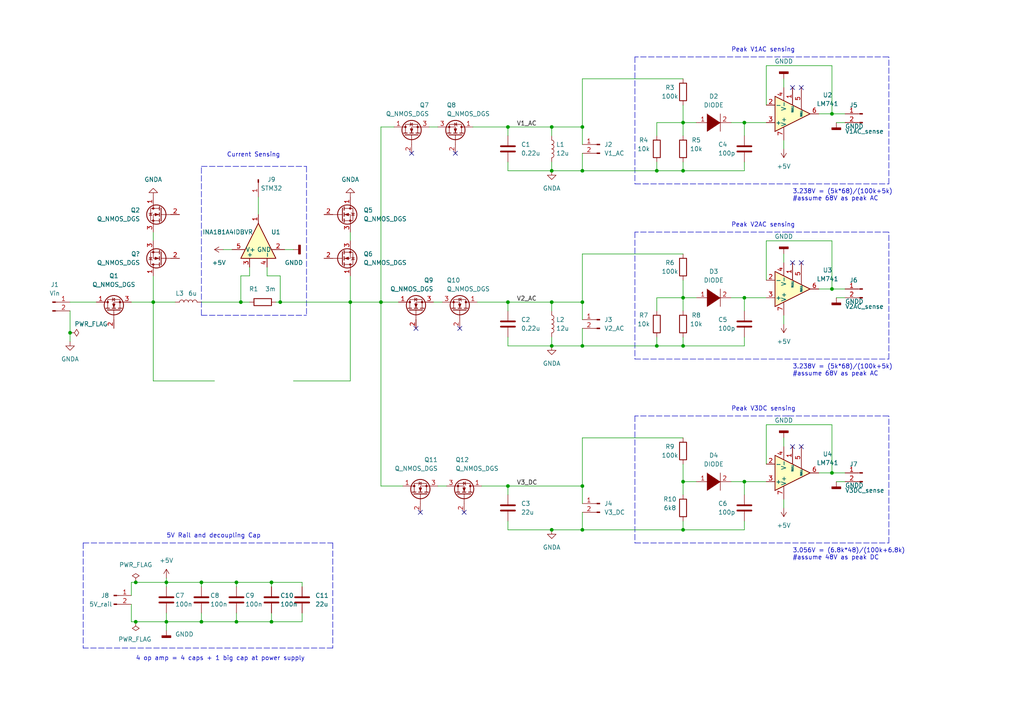
<source format=kicad_sch>
(kicad_sch (version 20211123) (generator eeschema)
  (paper "A4")
  (lib_symbols
    (symbol "Amplifier_Current:INA180A4" (pin_names (offset 0.127))
      (property "Reference" "U" (at 3.81 3.81 0))
      (property "Value" "INA180A4" (at 3.81 -2.54 0))
      (symbol "INA180A4_0_1"
        (polyline (pts (xy 5.08 0) (xy -5.08 5.08) (xy -5.08 -5.08) (xy 5.08 0)) (stroke (width 0.254)) (fill (type background)))
      )
      (symbol "INA180A4_1_1"
        (pin output line (at 7.62 0 180) (length 2.54) (name "~") (number "1"))
        (pin power_in line (at -2.54 -7.62 90) (length 3.81) (name "GND") (number "2"))
        (pin input line (at -7.62 2.54 0) (length 2.54) (name "+") (number "3"))
        (pin input line (at -7.62 -2.54 0) (length 2.54) (name "-") (number "4"))
        (pin power_in line (at -2.54 7.62 270) (length 3.81) (name "V+") (number "5"))
      )
    )
    (symbol "Amplifier_Operational:LM741" (pin_names (offset 0.127))
      (property "Reference" "U" (at 0 6.35 0))
      (property "Value" "LM741" (at 0 3.81 0))
      (symbol "LM741_0_1"
        (polyline (pts (xy -5.08 5.08) (xy 5.08 0) (xy -5.08 -5.08) (xy -5.08 5.08)) (stroke (width 0.254)) (fill (type background)))
      )
      (symbol "LM741_1_1"
        (pin input line (at 0 -7.62 90) (length 5.08) (name "NULL") (number "1"))
        (pin input line (at -7.62 -2.54 0) (length 2.54) (name "-") (number "2"))
        (pin input line (at -7.62 2.54 0) (length 2.54) (name "+") (number "3"))
        (pin power_in line (at -2.54 -7.62 90) (length 3.81) (name "V-") (number "4"))
        (pin input line (at 2.54 -7.62 90) (length 6.35) (name "NULL") (number "5"))
        (pin output line (at 7.62 0 180) (length 2.54) (name "~") (number "6"))
        (pin power_in line (at -2.54 7.62 270) (length 3.81) (name "V+") (number "7"))
        (pin no_connect line (at 0 2.54 270) (length 2.54) hide (name "NC") (number "8"))
      )
    )
    (symbol "Connector:Conn_01x01_Male" (pin_names (offset 1.016) hide)
      (property "Reference" "J" (at 0 2.54 0))
      (property "Value" "Conn_01x01_Male" (at 0 -2.54 0))
      (symbol "Conn_01x01_Male_1_1"
        (polyline (pts (xy 1.27 0) (xy 0.8636 0)) (stroke (width 0.1524)))
        (rectangle (start 0.8636 0.127) (end 0 -0.127) (stroke (width 0.1524)) (fill (type outline)))
        (pin passive line (at 5.08 0 180) (length 3.81) (name "Pin_1") (number "1"))
      )
    )
    (symbol "Connector:Conn_01x02_Male" (pin_names (offset 1.016) hide)
      (property "Reference" "J" (at 0 2.54 0))
      (property "Value" "Conn_01x02_Male" (at 0 -5.08 0))
      (symbol "Conn_01x02_Male_1_1"
        (polyline (pts (xy 1.27 -2.54) (xy 0.8636 -2.54)) (stroke (width 0.1524)))
        (polyline (pts (xy 1.27 0) (xy 0.8636 0)) (stroke (width 0.1524)))
        (rectangle (start 0.8636 -2.413) (end 0 -2.667) (stroke (width 0.1524)) (fill (type outline)))
        (rectangle (start 0.8636 0.127) (end 0 -0.127) (stroke (width 0.1524)) (fill (type outline)))
        (pin passive line (at 5.08 0 180) (length 3.81) (name "Pin_1") (number "1"))
        (pin passive line (at 5.08 -2.54 180) (length 3.81) (name "Pin_2") (number "2"))
      )
    )
    (symbol "Device:C" (pin_numbers hide) (pin_names (offset 0.254))
      (property "Reference" "C" (at 0.635 2.54 0))
      (property "Value" "C" (at 0.635 -2.54 0))
      (symbol "C_0_1"
        (polyline (pts (xy -2.032 -0.762) (xy 2.032 -0.762)) (stroke (width 0.508)))
        (polyline (pts (xy -2.032 0.762) (xy 2.032 0.762)) (stroke (width 0.508)))
      )
      (symbol "C_1_1"
        (pin passive line (at 0 3.81 270) (length 2.794) (name "~") (number "1"))
        (pin passive line (at 0 -3.81 90) (length 2.794) (name "~") (number "2"))
      )
    )
    (symbol "Device:L" (pin_numbers hide) (pin_names (offset 1.016) hide)
      (property "Reference" "L" (at -1.27 0 90))
      (property "Value" "L" (at 1.905 0 90))
      (symbol "L_0_1"
        (arc (start 0 -2.54) (mid 0.635 -1.905) (end 0 -1.27))
        (arc (start 0 -1.27) (mid 0.635 -0.635) (end 0 0))
        (arc (start 0 0) (mid 0.635 0.635) (end 0 1.27))
        (arc (start 0 1.27) (mid 0.635 1.905) (end 0 2.54))
      )
      (symbol "L_1_1"
        (pin passive line (at 0 3.81 270) (length 1.27) (name "1") (number "1"))
        (pin passive line (at 0 -3.81 90) (length 1.27) (name "2") (number "2"))
      )
    )
    (symbol "Device:Q_NMOS_DGS" (pin_names (offset 0) hide)
      (property "Reference" "Q" (at 5.08 1.27 0))
      (property "Value" "Q_NMOS_DGS" (at 5.08 -1.27 0))
      (symbol "Q_NMOS_DGS_0_1"
        (polyline (pts (xy 0.254 0) (xy -2.54 0)))
        (polyline (pts (xy 0.254 1.905) (xy 0.254 -1.905)) (stroke (width 0.254)))
        (polyline (pts (xy 0.762 -1.27) (xy 0.762 -2.286)) (stroke (width 0.254)))
        (polyline (pts (xy 0.762 0.508) (xy 0.762 -0.508)) (stroke (width 0.254)))
        (polyline (pts (xy 0.762 2.286) (xy 0.762 1.27)) (stroke (width 0.254)))
        (polyline (pts (xy 2.54 2.54) (xy 2.54 1.778)))
        (polyline (pts (xy 2.54 -2.54) (xy 2.54 0) (xy 0.762 0)))
        (polyline (pts (xy 0.762 -1.778) (xy 3.302 -1.778) (xy 3.302 1.778) (xy 0.762 1.778)))
        (polyline (pts (xy 1.016 0) (xy 2.032 0.381) (xy 2.032 -0.381) (xy 1.016 0)) (fill (type outline)))
        (polyline (pts (xy 2.794 0.508) (xy 2.921 0.381) (xy 3.683 0.381) (xy 3.81 0.254)))
        (polyline (pts (xy 3.302 0.381) (xy 2.921 -0.254) (xy 3.683 -0.254) (xy 3.302 0.381)))
        (circle (center 1.651 0) (radius 2.794) (stroke (width 0.254)))
        (circle (center 2.54 -1.778) (radius 0.254) (fill (type outline)))
        (circle (center 2.54 1.778) (radius 0.254) (fill (type outline)))
      )
      (symbol "Q_NMOS_DGS_1_1"
        (pin passive line (at 2.54 5.08 270) (length 2.54) (name "D") (number "1"))
        (pin input line (at -5.08 0 0) (length 2.54) (name "G") (number "2"))
        (pin passive line (at 2.54 -5.08 90) (length 2.54) (name "S") (number "3"))
      )
    )
    (symbol "Device:R" (pin_numbers hide) (pin_names (offset 0))
      (property "Reference" "R" (at 2.032 0 90))
      (property "Value" "R" (at 0 0 90))
      (symbol "R_0_1"
        (rectangle (start -1.016 -2.54) (end 1.016 2.54) (stroke (width 0.254)))
      )
      (symbol "R_1_1"
        (pin passive line (at 0 3.81 270) (length 1.27) (name "~") (number "1"))
        (pin passive line (at 0 -3.81 90) (length 1.27) (name "~") (number "2"))
      )
    )
    (symbol "power:+5V" (power) (pin_names (offset 0))
      (property "Value" "+5V" (at 0 3.556 0))
      (symbol "+5V_0_1"
        (polyline (pts (xy -0.762 1.27) (xy 0 2.54)))
        (polyline (pts (xy 0 0) (xy 0 2.54)))
        (polyline (pts (xy 0 2.54) (xy 0.762 1.27)))
      )
      (symbol "+5V_1_1"
        (pin power_in line (at 0 0 90) (length 0) hide (name "+5V") (number "1"))
      )
    )
    (symbol "power:GNDA" (power) (pin_names (offset 0))
      (property "Value" "GNDA" (at 0 -3.81 0))
      (symbol "GNDA_0_1"
        (polyline (pts (xy 0 0) (xy 0 -1.27) (xy 1.27 -1.27) (xy 0 -2.54) (xy -1.27 -1.27) (xy 0 -1.27)))
      )
      (symbol "GNDA_1_1"
        (pin power_in line (at 0 0 270) (length 0) hide (name "GNDA") (number "1"))
      )
    )
    (symbol "power:GNDD" (power) (pin_names (offset 0))
      (property "Value" "GNDD" (at 0 -3.175 0))
      (symbol "GNDD_0_1"
        (rectangle (start -1.27 -1.524) (end 1.27 -2.032) (stroke (width 0.254)) (fill (type outline)))
        (polyline (pts (xy 0 0) (xy 0 -1.524)))
      )
      (symbol "GNDD_1_1"
        (pin power_in line (at 0 0 270) (length 0) hide (name "GNDD") (number "1"))
      )
    )
    (symbol "power:PWR_FLAG" (power) (pin_numbers hide) (pin_names (offset 0) hide)
      (property "Value" "PWR_FLAG" (at 0 3.81 0))
      (symbol "PWR_FLAG_0_0"
        (pin power_out line (at 0 0 90) (length 0) (name "pwr") (number "1"))
      )
      (symbol "PWR_FLAG_0_1"
        (polyline (pts (xy 0 0) (xy 0 1.27) (xy -1.016 1.905) (xy 0 2.54) (xy 1.016 1.905) (xy 0 1.27)))
      )
    )
    (symbol "pspice:DIODE" (pin_names (offset 1.016) hide)
      (property "Reference" "D" (at 0 3.81 0))
      (property "Value" "DIODE" (at 0 -4.445 0))
      (symbol "DIODE_0_1"
        (polyline (pts (xy 1.905 2.54) (xy 1.905 -2.54)))
        (polyline (pts (xy -1.905 2.54) (xy -1.905 -2.54) (xy 1.905 0)) (fill (type outline)))
      )
      (symbol "DIODE_1_1"
        (pin input line (at -5.08 0 0) (length 3.81) (name "K") (number "1"))
        (pin input line (at 5.08 0 180) (length 3.81) (name "A") (number "2"))
      )
    )
  )
  (junction (at 198.12 139.7))
  (junction (at 198.12 35.56))
  (junction (at 241.3 33.02))
  (junction (at 241.3 137.16))
  (junction (at 147.32 140.97))
  (junction (at 69.85 87.63))
  (junction (at 110.49 87.63))
  (junction (at 81.28 87.63))
  (junction (at 160.02 36.83))
  (junction (at 39.37 168.91))
  (junction (at 48.26 168.91))
  (junction (at 78.74 168.91))
  (junction (at 160.02 87.63))
  (junction (at 78.74 180.34))
  (junction (at 168.91 87.63))
  (junction (at 168.91 140.97))
  (junction (at 68.58 180.34))
  (junction (at 48.26 180.34))
  (junction (at 58.42 168.91))
  (junction (at 168.91 153.67))
  (junction (at 215.9 35.56))
  (junction (at 168.91 100.33))
  (junction (at 190.5 100.33))
  (junction (at 68.58 168.91))
  (junction (at 241.3 83.82))
  (junction (at 101.6 87.63))
  (junction (at 160.02 100.33))
  (junction (at 215.9 139.7))
  (junction (at 198.12 100.33))
  (junction (at 44.45 87.63))
  (junction (at 168.91 49.53))
  (junction (at 160.02 153.67))
  (junction (at 39.37 180.34))
  (junction (at 190.5 49.53))
  (junction (at 198.12 86.36))
  (junction (at 198.12 153.67))
  (junction (at 215.9 86.36))
  (junction (at 168.91 36.83))
  (junction (at 20.32 96.52))
  (junction (at 147.32 36.83))
  (junction (at 198.12 49.53))
  (junction (at 147.32 87.63))
  (junction (at 160.02 49.53))
  (junction (at 58.42 180.34))
  (no_connect (at 232.41 25.4))
  (no_connect (at 232.41 76.2))
  (no_connect (at 232.41 129.54))
  (no_connect (at 229.87 129.54))
  (no_connect (at 229.87 76.2))
  (no_connect (at 229.87 25.4))
  (no_connect (at 132.08 44.45))
  (no_connect (at 119.38 44.45))
  (no_connect (at 120.65 95.25))
  (no_connect (at 134.62 148.59))
  (no_connect (at 133.35 95.25))
  (no_connect (at 121.92 148.59))
  (wire (pts (xy 39.37 180.34) (xy 48.26 180.34)))
  (wire (pts (xy 160.02 87.63) (xy 168.91 87.63)))
  (wire (pts (xy 78.74 177.8) (xy 78.74 180.34)))
  (wire (pts (xy 198.12 86.36) (xy 201.93 86.36)))
  (wire (pts (xy 168.91 95.25) (xy 168.91 100.33)))
  (wire (pts (xy 110.49 87.63) (xy 110.49 140.97)))
  (wire (pts (xy 215.9 35.56) (xy 215.9 39.37)))
  (polyline (pts (xy 184.15 53.34) (xy 257.81 53.34)))
  (wire (pts (xy 198.12 35.56) (xy 198.12 39.37)))
  (wire (pts (xy 237.49 83.82) (xy 241.3 83.82)))
  (wire (pts (xy 38.1 175.26) (xy 38.1 180.34)))
  (wire (pts (xy 241.3 123.19) (xy 241.3 137.16)))
  (wire (pts (xy 241.3 19.05) (xy 241.3 33.02)))
  (wire (pts (xy 222.25 134.62) (xy 222.25 123.19)))
  (wire (pts (xy 68.58 168.91) (xy 78.74 168.91)))
  (wire (pts (xy 198.12 46.99) (xy 198.12 49.53)))
  (wire (pts (xy 147.32 140.97) (xy 147.32 143.51)))
  (wire (pts (xy 38.1 87.63) (xy 44.45 87.63)))
  (wire (pts (xy 198.12 97.79) (xy 198.12 100.33)))
  (wire (pts (xy 215.9 100.33) (xy 215.9 97.79)))
  (wire (pts (xy 147.32 36.83) (xy 160.02 36.83)))
  (wire (pts (xy 81.28 87.63) (xy 101.6 87.63)))
  (wire (pts (xy 58.42 87.63) (xy 69.85 87.63)))
  (wire (pts (xy 160.02 153.67) (xy 168.91 153.67)))
  (wire (pts (xy 215.9 139.7) (xy 215.9 143.51)))
  (wire (pts (xy 48.26 167.64) (xy 48.26 168.91)))
  (wire (pts (xy 68.58 177.8) (xy 68.58 180.34)))
  (polyline (pts (xy 58.42 91.44) (xy 88.9 91.44)))
  (wire (pts (xy 227.33 144.78) (xy 227.33 147.32)))
  (wire (pts (xy 138.43 87.63) (xy 147.32 87.63)))
  (wire (pts (xy 198.12 49.53) (xy 215.9 49.53)))
  (wire (pts (xy 48.26 168.91) (xy 58.42 168.91)))
  (wire (pts (xy 147.32 140.97) (xy 168.91 140.97)))
  (wire (pts (xy 147.32 153.67) (xy 160.02 153.67)))
  (wire (pts (xy 101.6 87.63) (xy 101.6 110.49)))
  (wire (pts (xy 198.12 134.62) (xy 198.12 139.7)))
  (wire (pts (xy 190.5 86.36) (xy 190.5 90.17)))
  (wire (pts (xy 58.42 168.91) (xy 68.58 168.91)))
  (wire (pts (xy 215.9 86.36) (xy 222.25 86.36)))
  (polyline (pts (xy 24.13 157.48) (xy 96.52 157.48)))
  (wire (pts (xy 212.09 86.36) (xy 215.9 86.36)))
  (wire (pts (xy 190.5 46.99) (xy 190.5 49.53)))
  (wire (pts (xy 74.93 62.23) (xy 74.93 57.15)))
  (polyline (pts (xy 96.52 157.48) (xy 96.52 187.96)))
  (wire (pts (xy 48.26 180.34) (xy 48.26 182.88)))
  (wire (pts (xy 222.25 123.19) (xy 241.3 123.19)))
  (wire (pts (xy 222.25 30.48) (xy 222.25 19.05)))
  (wire (pts (xy 110.49 140.97) (xy 116.84 140.97)))
  (wire (pts (xy 227.33 73.66) (xy 227.33 76.2)))
  (polyline (pts (xy 257.81 53.34) (xy 257.81 16.51)))
  (polyline (pts (xy 184.15 120.65) (xy 184.15 157.48)))
  (wire (pts (xy 58.42 168.91) (xy 58.42 170.18)))
  (wire (pts (xy 168.91 49.53) (xy 190.5 49.53)))
  (wire (pts (xy 147.32 46.99) (xy 147.32 49.53)))
  (wire (pts (xy 242.57 86.36) (xy 245.11 86.36)))
  (wire (pts (xy 48.26 180.34) (xy 48.26 177.8)))
  (wire (pts (xy 58.42 180.34) (xy 48.26 180.34)))
  (wire (pts (xy 110.49 36.83) (xy 114.3 36.83)))
  (wire (pts (xy 198.12 139.7) (xy 198.12 143.51)))
  (wire (pts (xy 160.02 36.83) (xy 160.02 39.37)))
  (wire (pts (xy 64.77 72.39) (xy 67.31 72.39)))
  (wire (pts (xy 215.9 139.7) (xy 222.25 139.7)))
  (wire (pts (xy 241.3 69.85) (xy 241.3 83.82)))
  (wire (pts (xy 81.28 80.01) (xy 81.28 87.63)))
  (wire (pts (xy 87.63 177.8) (xy 87.63 180.34)))
  (wire (pts (xy 198.12 100.33) (xy 215.9 100.33)))
  (wire (pts (xy 78.74 168.91) (xy 87.63 168.91)))
  (wire (pts (xy 78.74 180.34) (xy 68.58 180.34)))
  (wire (pts (xy 198.12 127) (xy 168.91 127)))
  (wire (pts (xy 160.02 87.63) (xy 160.02 90.17)))
  (wire (pts (xy 44.45 69.85) (xy 44.45 67.31)))
  (wire (pts (xy 227.33 127) (xy 227.33 129.54)))
  (wire (pts (xy 39.37 168.91) (xy 38.1 168.91)))
  (wire (pts (xy 78.74 168.91) (xy 78.74 170.18)))
  (wire (pts (xy 198.12 73.66) (xy 168.91 73.66)))
  (wire (pts (xy 58.42 177.8) (xy 58.42 180.34)))
  (wire (pts (xy 168.91 127) (xy 168.91 140.97)))
  (wire (pts (xy 147.32 36.83) (xy 147.32 39.37)))
  (wire (pts (xy 139.7 140.97) (xy 147.32 140.97)))
  (wire (pts (xy 168.91 36.83) (xy 168.91 41.91)))
  (wire (pts (xy 44.45 87.63) (xy 50.8 87.63)))
  (wire (pts (xy 241.3 137.16) (xy 245.11 137.16)))
  (polyline (pts (xy 184.15 104.14) (xy 257.81 104.14)))
  (wire (pts (xy 241.3 83.82) (xy 245.11 83.82)))
  (polyline (pts (xy 96.52 187.96) (xy 24.13 187.96)))
  (wire (pts (xy 198.12 22.86) (xy 168.91 22.86)))
  (wire (pts (xy 215.9 86.36) (xy 215.9 90.17)))
  (wire (pts (xy 101.6 69.85) (xy 101.6 67.31)))
  (wire (pts (xy 227.33 40.64) (xy 227.33 43.18)))
  (polyline (pts (xy 228.6 16.51) (xy 184.15 16.51)))
  (wire (pts (xy 124.46 36.83) (xy 127 36.83)))
  (polyline (pts (xy 228.6 16.51) (xy 257.81 16.51)))
  (wire (pts (xy 198.12 35.56) (xy 201.93 35.56)))
  (wire (pts (xy 222.25 69.85) (xy 241.3 69.85)))
  (wire (pts (xy 101.6 87.63) (xy 110.49 87.63)))
  (polyline (pts (xy 58.42 91.44) (xy 58.42 48.26)))
  (wire (pts (xy 147.32 100.33) (xy 160.02 100.33)))
  (wire (pts (xy 168.91 100.33) (xy 160.02 100.33)))
  (wire (pts (xy 237.49 33.02) (xy 241.3 33.02)))
  (wire (pts (xy 198.12 86.36) (xy 190.5 86.36)))
  (wire (pts (xy 110.49 87.63) (xy 115.57 87.63)))
  (wire (pts (xy 44.45 87.63) (xy 44.45 110.49)))
  (wire (pts (xy 168.91 22.86) (xy 168.91 36.83)))
  (wire (pts (xy 20.32 96.52) (xy 20.32 90.17)))
  (wire (pts (xy 212.09 139.7) (xy 215.9 139.7)))
  (wire (pts (xy 215.9 153.67) (xy 215.9 151.13)))
  (wire (pts (xy 110.49 36.83) (xy 110.49 87.63)))
  (wire (pts (xy 69.85 87.63) (xy 72.39 87.63)))
  (wire (pts (xy 127 140.97) (xy 129.54 140.97)))
  (wire (pts (xy 190.5 49.53) (xy 198.12 49.53)))
  (wire (pts (xy 68.58 180.34) (xy 58.42 180.34)))
  (polyline (pts (xy 257.81 157.48) (xy 257.81 120.65)))
  (wire (pts (xy 168.91 44.45) (xy 168.91 49.53)))
  (wire (pts (xy 168.91 49.53) (xy 160.02 49.53)))
  (wire (pts (xy 101.6 80.01) (xy 101.6 87.63)))
  (wire (pts (xy 147.32 87.63) (xy 147.32 90.17)))
  (wire (pts (xy 72.39 77.47) (xy 72.39 80.01)))
  (wire (pts (xy 72.39 80.01) (xy 69.85 80.01)))
  (wire (pts (xy 168.91 87.63) (xy 168.91 92.71)))
  (wire (pts (xy 38.1 180.34) (xy 39.37 180.34)))
  (wire (pts (xy 82.55 72.39) (xy 85.09 72.39)))
  (wire (pts (xy 44.45 80.01) (xy 44.45 87.63)))
  (wire (pts (xy 242.57 139.7) (xy 245.11 139.7)))
  (wire (pts (xy 160.02 46.99) (xy 160.02 49.53)))
  (wire (pts (xy 198.12 86.36) (xy 198.12 90.17)))
  (wire (pts (xy 190.5 97.79) (xy 190.5 100.33)))
  (wire (pts (xy 198.12 30.48) (xy 198.12 35.56)))
  (wire (pts (xy 222.25 19.05) (xy 241.3 19.05)))
  (wire (pts (xy 242.57 35.56) (xy 245.11 35.56)))
  (polyline (pts (xy 184.15 67.31) (xy 184.15 104.14)))
  (wire (pts (xy 147.32 97.79) (xy 147.32 100.33)))
  (wire (pts (xy 212.09 35.56) (xy 215.9 35.56)))
  (wire (pts (xy 215.9 49.53) (xy 215.9 46.99)))
  (wire (pts (xy 160.02 97.79) (xy 160.02 100.33)))
  (wire (pts (xy 48.26 168.91) (xy 39.37 168.91)))
  (wire (pts (xy 77.47 80.01) (xy 81.28 80.01)))
  (polyline (pts (xy 58.42 48.26) (xy 88.9 48.26)))
  (wire (pts (xy 168.91 153.67) (xy 198.12 153.67)))
  (wire (pts (xy 198.12 81.28) (xy 198.12 86.36)))
  (polyline (pts (xy 24.13 157.48) (xy 24.13 187.96)))
  (wire (pts (xy 168.91 73.66) (xy 168.91 87.63)))
  (wire (pts (xy 168.91 148.59) (xy 168.91 153.67)))
  (wire (pts (xy 198.12 139.7) (xy 201.93 139.7)))
  (wire (pts (xy 147.32 87.63) (xy 160.02 87.63)))
  (polyline (pts (xy 257.81 104.14) (xy 257.81 67.31)))
  (polyline (pts (xy 88.9 48.26) (xy 88.9 91.44)))
  (wire (pts (xy 198.12 151.13) (xy 198.12 153.67)))
  (wire (pts (xy 68.58 168.91) (xy 68.58 170.18)))
  (wire (pts (xy 147.32 49.53) (xy 160.02 49.53)))
  (wire (pts (xy 160.02 36.83) (xy 168.91 36.83)))
  (wire (pts (xy 44.45 110.49) (xy 62.23 110.49)))
  (polyline (pts (xy 228.6 120.65) (xy 257.81 120.65)))
  (wire (pts (xy 137.16 36.83) (xy 147.32 36.83)))
  (wire (pts (xy 20.32 99.06) (xy 20.32 96.52)))
  (polyline (pts (xy 228.6 67.31) (xy 257.81 67.31)))
  (wire (pts (xy 38.1 168.91) (xy 38.1 172.72)))
  (wire (pts (xy 198.12 35.56) (xy 190.5 35.56)))
  (wire (pts (xy 125.73 87.63) (xy 128.27 87.63)))
  (wire (pts (xy 237.49 137.16) (xy 241.3 137.16)))
  (wire (pts (xy 190.5 35.56) (xy 190.5 39.37)))
  (wire (pts (xy 77.47 77.47) (xy 77.47 80.01)))
  (wire (pts (xy 168.91 140.97) (xy 168.91 146.05)))
  (wire (pts (xy 190.5 100.33) (xy 198.12 100.33)))
  (wire (pts (xy 80.01 87.63) (xy 81.28 87.63)))
  (wire (pts (xy 227.33 22.86) (xy 227.33 25.4)))
  (wire (pts (xy 48.26 168.91) (xy 48.26 170.18)))
  (wire (pts (xy 168.91 100.33) (xy 190.5 100.33)))
  (wire (pts (xy 87.63 180.34) (xy 78.74 180.34)))
  (wire (pts (xy 147.32 151.13) (xy 147.32 153.67)))
  (wire (pts (xy 87.63 168.91) (xy 87.63 170.18)))
  (wire (pts (xy 20.32 87.63) (xy 27.94 87.63)))
  (wire (pts (xy 227.33 91.44) (xy 227.33 93.98)))
  (wire (pts (xy 101.6 110.49) (xy 85.09 110.49)))
  (wire (pts (xy 198.12 153.67) (xy 215.9 153.67)))
  (wire (pts (xy 215.9 35.56) (xy 222.25 35.56)))
  (polyline (pts (xy 184.15 16.51) (xy 184.15 53.34)))
  (wire (pts (xy 241.3 33.02) (xy 245.11 33.02)))
  (wire (pts (xy 69.85 80.01) (xy 69.85 87.63)))
  (polyline (pts (xy 228.6 120.65) (xy 184.15 120.65)))
  (polyline (pts (xy 184.15 157.48) (xy 257.81 157.48)))
  (wire (pts (xy 222.25 81.28) (xy 222.25 69.85)))
  (polyline (pts (xy 228.6 67.31) (xy 184.15 67.31)))
  (text "5V Rail and decoupling Cap\n" (at 48.26 156.21 0) (effects (font (size 1.27 1.27)) (justify left bottom)))
  (text "Peak V3DC sensing" (at 212.09 119.38 0) (effects (font (size 1.27 1.27)) (justify left bottom)))
  (text "Peak V1AC sensing" (at 212.09 15.24 0) (effects (font (size 1.27 1.27)) (justify left bottom)))
  (text "3.056V = (6.8k*48)/(100k+6.8k)\n#assume 48V as peak DC" (at 229.87 162.56 0) (effects (font (size 1.27 1.27)) (justify left bottom)))
  (text "3.238V = (5k*68)/(100k+5k)\n#assume 68V as peak AC" (at 229.87 58.42 0) (effects (font (size 1.27 1.27)) (justify left bottom)))
  (text "Peak V2AC sensing" (at 212.09 66.04 0) (effects (font (size 1.27 1.27)) (justify left bottom)))
  (text "4 op amp = 4 caps + 1 big cap at power supply\n" (at 39.37 191.77 0) (effects (font (size 1.27 1.27)) (justify left bottom)))
  (text "3.238V = (5k*68)/(100k+5k)\n#assume 68V as peak AC" (at 229.87 109.22 0) (effects (font (size 1.27 1.27)) (justify left bottom)))
  (text "Current Sensing\n" (at 81.28 45.72 180) (effects (font (size 1.27 1.27)) (justify right bottom)))
  (label "V3_DC" (at 149.86 140.97 0))
  (label "V1_AC" (at 149.86 36.83 0))
  (label "V2_AC" (at 149.86 87.63 0))
  (symbol (lib_id "Device:L") (at 160.02 93.98 0) (unit 1)
    (property "Reference" "L2" (at 161.29 92.7099 0) (effects (justify left)))
    (property "Value" "12u" (at 161.29 95.2499 0) (effects (justify left)))
  )
  (symbol (lib_id "Device:R") (at 198.12 43.18 180) (unit 1)
    (property "Reference" "R5" (at 201.93 40.64 0))
    (property "Value" "10k" (at 201.93 43.18 0))
  )
  (symbol (lib_id "Connector:Conn_01x02_Male") (at 173.99 92.71 0) (mirror y) (unit 1)
    (property "Reference" "J3" (at 175.26 92.7099 0) (effects (justify right)))
    (property "Value" "V2_AC" (at 175.26 95.2499 0) (effects (justify right)))
  )
  (symbol (lib_id "power:GNDA") (at 44.45 57.15 0) (mirror x) (unit 1)
    (property "Reference" "#PWR0114" (effects hide))
    (property "Value" "GNDA" (at 44.45 52.07 0))
  )
  (symbol (lib_id "Device:R") (at 198.12 130.81 180) (unit 1)
    (property "Reference" "R9" (at 194.31 129.54 0))
    (property "Value" "100k" (at 194.31 132.08 0))
  )
  (symbol (lib_id "power:PWR_FLAG") (at 39.37 168.91 0) (unit 1)
    (property "Reference" "#FLG0101" (effects hide))
    (property "Value" "PWR_FLAG" (at 39.37 163.83 0))
  )
  (symbol (lib_id "Device:Q_NMOS_DGS") (at 134.62 143.51 270) (mirror x) (unit 1)
    (property "Reference" "Q12" (at 132.08 133.35 90) (effects (justify left)))
    (property "Value" "Q_NMOS_DGS" (at 132.08 135.89 90) (effects (justify left)))
  )
  (symbol (lib_id "Device:Q_NMOS_DGS") (at 132.08 39.37 270) (mirror x) (unit 1)
    (property "Reference" "Q8" (at 129.54 30.48 90) (effects (justify left)))
    (property "Value" "Q_NMOS_DGS" (at 129.54 33.02 90) (effects (justify left)))
  )
  (symbol (lib_id "power:GNDD") (at 85.09 72.39 90) (unit 1)
    (property "Reference" "#PWR0115" (effects hide))
    (property "Value" "GNDD" (at 82.55 76.2 90) (effects (justify right)))
  )
  (symbol (lib_id "power:GNDD") (at 242.57 139.7 0) (unit 1)
    (property "Reference" "#PWR0107" (effects hide))
    (property "Value" "GNDD" (at 245.11 140.7794 0) (effects (justify left)))
  )
  (symbol (lib_id "Device:C") (at 215.9 147.32 0) (unit 1)
    (property "Reference" "C6" (at 208.28 146.05 0) (effects (justify left)))
    (property "Value" "100p" (at 208.28 148.59 0) (effects (justify left)))
  )
  (symbol (lib_id "Device:C") (at 87.63 173.99 0) (unit 1)
    (property "Reference" "C11" (at 91.44 172.7199 0) (effects (justify left)))
    (property "Value" "22u" (at 91.44 175.2599 0) (effects (justify left)))
  )
  (symbol (lib_id "Device:L") (at 160.02 43.18 0) (unit 1)
    (property "Reference" "L1" (at 161.29 41.9099 0) (effects (justify left)))
    (property "Value" "12u" (at 161.29 44.4499 0) (effects (justify left)))
  )
  (symbol (lib_id "Connector:Conn_01x02_Male") (at 250.19 83.82 0) (mirror y) (unit 1)
    (property "Reference" "J6" (at 246.38 81.28 0) (effects (justify right)))
    (property "Value" "V2AC_sense" (at 245.11 88.9 0) (effects (justify right)))
  )
  (symbol (lib_id "Device:C") (at 58.42 173.99 0) (unit 1)
    (property "Reference" "C8" (at 60.96 172.72 0) (effects (justify left)))
    (property "Value" "100n" (at 60.96 175.26 0) (effects (justify left)))
  )
  (symbol (lib_id "Device:C") (at 147.32 43.18 0) (unit 1)
    (property "Reference" "C1" (at 151.13 41.9099 0) (effects (justify left)))
    (property "Value" "0.22u" (at 151.13 44.4499 0) (effects (justify left)))
  )
  (symbol (lib_id "pspice:DIODE") (at 207.01 86.36 0) (unit 1)
    (property "Reference" "D3" (at 207.01 78.74 0))
    (property "Value" "DIODE" (at 207.01 81.28 0))
  )
  (symbol (lib_id "power:GNDD") (at 242.57 35.56 0) (unit 1)
    (property "Reference" "#PWR0104" (effects hide))
    (property "Value" "GNDD" (at 245.11 36.6394 0) (effects (justify left)))
  )
  (symbol (lib_id "Device:C") (at 215.9 43.18 0) (unit 1)
    (property "Reference" "C4" (at 208.28 41.91 0) (effects (justify left)))
    (property "Value" "100p" (at 208.28 44.45 0) (effects (justify left)))
  )
  (symbol (lib_id "Connector:Conn_01x02_Male") (at 33.02 172.72 0) (unit 1)
    (property "Reference" "J8" (at 30.48 172.72 0))
    (property "Value" "5V_rail" (at 29.21 175.26 0))
  )
  (symbol (lib_id "Device:Q_NMOS_DGS") (at 133.35 90.17 270) (mirror x) (unit 1)
    (property "Reference" "Q10" (at 129.54 81.28 90) (effects (justify left)))
    (property "Value" "Q_NMOS_DGS" (at 129.54 83.82 90) (effects (justify left)))
  )
  (symbol (lib_id "power:+5V") (at 64.77 72.39 90) (unit 1)
    (property "Reference" "#PWR0116" (effects hide))
    (property "Value" "+5V" (at 63.5 76.2 90))
  )
  (symbol (lib_id "pspice:DIODE") (at 207.01 35.56 0) (unit 1)
    (property "Reference" "D2" (at 207.01 27.94 0))
    (property "Value" "DIODE" (at 207.01 30.48 0))
  )
  (symbol (lib_id "Connector:Conn_01x02_Male") (at 173.99 146.05 0) (mirror y) (unit 1)
    (property "Reference" "J4" (at 175.26 146.0499 0) (effects (justify right)))
    (property "Value" "V3_DC" (at 175.26 148.5899 0) (effects (justify right)))
  )
  (symbol (lib_id "power:GNDD") (at 227.33 73.66 180) (unit 1)
    (property "Reference" "#PWR0106" (effects hide))
    (property "Value" "GNDD" (at 227.33 68.58 0))
  )
  (symbol (lib_id "power:+5V") (at 227.33 43.18 180) (unit 1)
    (property "Reference" "#PWR0103" (effects hide))
    (property "Value" "+5V" (at 227.33 48.26 0))
  )
  (symbol (lib_id "Device:Q_NMOS_DGS") (at 46.99 62.23 0) (mirror y) (unit 1)
    (property "Reference" "Q2" (at 40.64 60.9599 0) (effects (justify left)))
    (property "Value" "Q_NMOS_DGS" (at 40.64 63.4999 0) (effects (justify left)))
  )
  (symbol (lib_id "Amplifier_Current:INA180A4") (at 74.93 69.85 90) (unit 1)
    (property "Reference" "U1" (at 80.01 67.31 90))
    (property "Value" "INA181A4IDBVR" (at 66.04 67.31 90))
    (property "Footprint" "Package_TO_SOT_SMD:SOT-23-5" (effects hide))
    (property "Datasheet" "http://www.ti.com/lit/ds/symlink/ina180.pdf" (effects hide))
  )
  (symbol (lib_id "power:PWR_FLAG") (at 39.37 180.34 180) (unit 1)
    (property "Reference" "#FLG0102" (effects hide))
    (property "Value" "PWR_FLAG" (at 34.29 185.42 0) (effects (justify right)))
  )
  (symbol (lib_id "Device:R") (at 198.12 93.98 180) (unit 1)
    (property "Reference" "R8" (at 201.93 91.44 0))
    (property "Value" "10k" (at 201.93 93.98 0))
  )
  (symbol (lib_id "power:GNDA") (at 160.02 100.33 0) (unit 1)
    (property "Reference" "#PWR0102" (effects hide))
    (property "Value" "GNDA" (at 160.02 105.41 0))
  )
  (symbol (lib_id "Device:Q_NMOS_DGS") (at 46.99 74.93 180) (unit 1)
    (property "Reference" "Q?" (at 40.64 73.6599 0) (effects (justify left)))
    (property "Value" "Q_NMOS_DGS" (at 40.64 76.1999 0) (effects (justify left)))
  )
  (symbol (lib_id "power:+5V") (at 48.26 167.64 0) (unit 1)
    (property "Reference" "#PWR0118" (effects hide))
    (property "Value" "+5V" (at 48.26 162.56 0))
  )
  (symbol (lib_id "Connector:Conn_01x01_Male") (at 74.93 52.07 90) (mirror x) (unit 1)
    (property "Reference" "J9" (at 78.74 52.07 90))
    (property "Value" "STM32" (at 78.74 54.61 90))
  )
  (symbol (lib_id "Connector:Conn_01x02_Male") (at 250.19 33.02 0) (mirror y) (unit 1)
    (property "Reference" "J5" (at 246.38 30.48 0) (effects (justify right)))
    (property "Value" "V1AC_sense" (at 245.11 38.1 0) (effects (justify right)))
  )
  (symbol (lib_id "power:PWR_FLAG") (at 20.32 96.52 270) (unit 1)
    (property "Reference" "#FLG0103" (effects hide))
    (property "Value" "PWR_FLAG" (at 21.59 93.98 90) (effects (justify left)))
  )
  (symbol (lib_id "Device:R") (at 198.12 77.47 180) (unit 1)
    (property "Reference" "R6" (at 194.31 76.2 0))
    (property "Value" "100k" (at 194.31 78.74 0))
  )
  (symbol (lib_id "Device:C") (at 147.32 93.98 0) (unit 1)
    (property "Reference" "C2" (at 151.13 92.7099 0) (effects (justify left)))
    (property "Value" "0.22u" (at 151.13 95.2499 0) (effects (justify left)))
  )
  (symbol (lib_id "Device:R") (at 190.5 43.18 180) (unit 1)
    (property "Reference" "R4" (at 186.69 40.64 0))
    (property "Value" "10k" (at 186.69 43.18 0))
  )
  (symbol (lib_id "Device:C") (at 48.26 173.99 0) (unit 1)
    (property "Reference" "C7" (at 50.8 172.72 0) (effects (justify left)))
    (property "Value" "100n" (at 50.8 175.26 0) (effects (justify left)))
  )
  (symbol (lib_id "Device:Q_NMOS_DGS") (at 99.06 74.93 0) (mirror x) (unit 1)
    (property "Reference" "Q6" (at 105.41 73.6599 0) (effects (justify left)))
    (property "Value" "Q_NMOS_DGS" (at 105.41 76.1999 0) (effects (justify left)))
  )
  (symbol (lib_id "Connector:Conn_01x02_Male") (at 250.19 137.16 0) (mirror y) (unit 1)
    (property "Reference" "J7" (at 246.38 134.62 0) (effects (justify right)))
    (property "Value" "V3DC_sense" (at 245.11 142.24 0) (effects (justify right)))
  )
  (symbol (lib_id "power:GNDA") (at 20.32 99.06 0) (unit 1)
    (property "Reference" "#PWR0113" (effects hide))
    (property "Value" "GNDA" (at 20.32 104.14 0))
  )
  (symbol (lib_id "power:+5V") (at 227.33 147.32 180) (unit 1)
    (property "Reference" "#PWR0109" (effects hide))
    (property "Value" "+5V" (at 227.33 152.4 0))
  )
  (symbol (lib_id "Device:C") (at 78.74 173.99 0) (unit 1)
    (property "Reference" "C10" (at 81.28 172.72 0) (effects (justify left)))
    (property "Value" "100n" (at 81.28 175.26 0) (effects (justify left)))
  )
  (symbol (lib_id "Device:R") (at 190.5 93.98 180) (unit 1)
    (property "Reference" "R7" (at 186.69 91.44 0))
    (property "Value" "10k" (at 186.69 93.98 0))
  )
  (symbol (lib_id "power:GNDA") (at 101.6 57.15 180) (unit 1)
    (property "Reference" "#PWR0117" (effects hide))
    (property "Value" "GNDA" (at 101.6 52.07 0))
  )
  (symbol (lib_id "Device:Q_NMOS_DGS") (at 121.92 143.51 90) (unit 1)
    (property "Reference" "Q11" (at 127 133.35 90) (effects (justify left)))
    (property "Value" "Q_NMOS_DGS" (at 127 135.89 90) (effects (justify left)))
  )
  (symbol (lib_id "power:GNDD") (at 242.57 86.36 0) (unit 1)
    (property "Reference" "#PWR0111" (effects hide))
    (property "Value" "GNDD" (at 245.11 87.4394 0) (effects (justify left)))
  )
  (symbol (lib_id "Device:C") (at 215.9 93.98 0) (unit 1)
    (property "Reference" "C5" (at 208.28 92.71 0) (effects (justify left)))
    (property "Value" "100p" (at 208.28 95.25 0) (effects (justify left)))
  )
  (symbol (lib_id "power:GNDA") (at 160.02 153.67 0) (unit 1)
    (property "Reference" "#PWR0112" (effects hide))
    (property "Value" "GNDA" (at 160.02 158.75 0))
  )
  (symbol (lib_id "Device:Q_NMOS_DGS") (at 119.38 39.37 90) (unit 1)
    (property "Reference" "Q7" (at 124.46 30.48 90) (effects (justify left)))
    (property "Value" "Q_NMOS_DGS" (at 124.46 33.02 90) (effects (justify left)))
  )
  (symbol (lib_id "power:GNDD") (at 48.26 182.88 0) (unit 1)
    (property "Reference" "#PWR0119" (effects hide))
    (property "Value" "GNDD" (at 50.8 183.9594 0) (effects (justify left)))
  )
  (symbol (lib_id "Device:Q_NMOS_DGS") (at 120.65 90.17 90) (unit 1)
    (property "Reference" "Q9" (at 125.73 81.28 90) (effects (justify left)))
    (property "Value" "Q_NMOS_DGS" (at 125.73 83.82 90) (effects (justify left)))
  )
  (symbol (lib_id "Device:R") (at 198.12 147.32 180) (unit 1)
    (property "Reference" "R10" (at 194.31 144.78 0))
    (property "Value" "6k8" (at 194.31 147.32 0))
  )
  (symbol (lib_id "Amplifier_Operational:LM741") (at 229.87 137.16 0) (mirror x) (unit 1)
    (property "Reference" "U4" (at 240.03 131.6988 0))
    (property "Value" "LM741" (at 240.03 134.2388 0))
    (property "Datasheet" "http://www.ti.com/lit/ds/symlink/lm741.pdf" (effects hide))
  )
  (symbol (lib_id "Device:R") (at 76.2 87.63 90) (unit 1)
    (property "Reference" "R1" (at 74.93 83.82 90) (effects (justify left)))
    (property "Value" "3m" (at 80.01 83.82 90) (effects (justify left)))
  )
  (symbol (lib_id "Device:C") (at 68.58 173.99 0) (unit 1)
    (property "Reference" "C9" (at 71.12 172.72 0) (effects (justify left)))
    (property "Value" "100n" (at 71.12 175.26 0) (effects (justify left)))
  )
  (symbol (lib_id "power:+5V") (at 227.33 93.98 180) (unit 1)
    (property "Reference" "#PWR0108" (effects hide))
    (property "Value" "+5V" (at 227.33 99.06 0))
  )
  (symbol (lib_id "Device:L") (at 54.61 87.63 90) (unit 1)
    (property "Reference" "L3" (at 53.34 85.09 90) (effects (justify left)))
    (property "Value" "6u" (at 57.15 85.09 90) (effects (justify left)))
  )
  (symbol (lib_id "power:GNDA") (at 160.02 49.53 0) (unit 1)
    (property "Reference" "#PWR0101" (effects hide))
    (property "Value" "GNDA" (at 160.02 54.61 0))
  )
  (symbol (lib_id "Amplifier_Operational:LM741") (at 229.87 33.02 0) (mirror x) (unit 1)
    (property "Reference" "U2" (at 240.03 27.5588 0))
    (property "Value" "LM741" (at 240.03 30.0988 0))
    (property "Datasheet" "http://www.ti.com/lit/ds/symlink/lm741.pdf" (effects hide))
  )
  (symbol (lib_id "Device:R") (at 198.12 26.67 180) (unit 1)
    (property "Reference" "R3" (at 194.31 25.4 0))
    (property "Value" "100k" (at 194.31 27.94 0))
  )
  (symbol (lib_id "Connector:Conn_01x02_Male") (at 173.99 41.91 0) (mirror y) (unit 1)
    (property "Reference" "J2" (at 175.26 41.9099 0) (effects (justify right)))
    (property "Value" "V1_AC" (at 175.26 44.4499 0) (effects (justify right)))
  )
  (symbol (lib_id "Amplifier_Operational:LM741") (at 229.87 83.82 0) (mirror x) (unit 1)
    (property "Reference" "U3" (at 240.03 78.3588 0))
    (property "Value" "LM741" (at 240.03 80.8988 0))
    (property "Datasheet" "http://www.ti.com/lit/ds/symlink/lm741.pdf" (effects hide))
  )
  (symbol (lib_id "Connector:Conn_01x02_Male") (at 15.24 87.63 0) (unit 1)
    (property "Reference" "J1" (at 15.875 82.55 0))
    (property "Value" "Vin" (at 15.875 85.09 0))
  )
  (symbol (lib_id "Device:C") (at 147.32 147.32 0) (unit 1)
    (property "Reference" "C3" (at 151.13 146.0499 0) (effects (justify left)))
    (property "Value" "22u" (at 151.13 148.5899 0) (effects (justify left)))
  )
  (symbol (lib_id "power:GNDD") (at 227.33 127 180) (unit 1)
    (property "Reference" "#PWR0110" (effects hide))
    (property "Value" "GNDD" (at 227.33 121.92 0))
  )
  (symbol (lib_id "Device:Q_NMOS_DGS") (at 33.02 90.17 90) (unit 1)
    (property "Reference" "Q1" (at 33.02 80.01 90))
    (property "Value" "Q_NMOS_DGS" (at 33.02 82.55 90))
  )
  (symbol (lib_id "Device:Q_NMOS_DGS") (at 99.06 62.23 0) (unit 1)
    (property "Reference" "Q5" (at 105.41 60.9599 0) (effects (justify left)))
    (property "Value" "Q_NMOS_DGS" (at 105.41 63.4999 0) (effects (justify left)))
  )
  (symbol (lib_id "pspice:DIODE") (at 207.01 139.7 0) (unit 1)
    (property "Reference" "D4" (at 207.01 132.08 0))
    (property "Value" "DIODE" (at 207.01 134.62 0))
  )
  (symbol (lib_id "power:GNDD") (at 227.33 22.86 180) (unit 1)
    (property "Reference" "#PWR0105" (effects hide))
    (property "Value" "GNDD" (at 227.33 17.78 0))
  )
)
</source>
